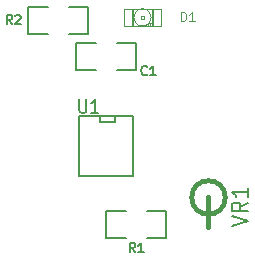
<source format=gto>
G04 (created by PCBNEW (2013-07-07 BZR 4022)-stable) date 1/23/2014 9:04:30 AM*
%MOIN*%
G04 Gerber Fmt 3.4, Leading zero omitted, Abs format*
%FSLAX34Y34*%
G01*
G70*
G90*
G04 APERTURE LIST*
%ADD10C,0.00590551*%
%ADD11C,0.005*%
%ADD12C,0.015*%
%ADD13C,0.0026*%
%ADD14C,0.004*%
%ADD15C,0.008*%
%ADD16C,0.0035*%
G04 APERTURE END LIST*
G54D10*
G54D11*
X58900Y-57200D02*
X58900Y-59200D01*
X58900Y-59200D02*
X57100Y-59200D01*
X57100Y-59200D02*
X57100Y-57200D01*
X57100Y-57200D02*
X58900Y-57200D01*
X58300Y-57200D02*
X58300Y-57400D01*
X58300Y-57400D02*
X57800Y-57400D01*
X57800Y-57400D02*
X57800Y-57200D01*
X57000Y-54750D02*
X57000Y-55650D01*
X57000Y-55650D02*
X57650Y-55650D01*
X58350Y-54750D02*
X59000Y-54750D01*
X59000Y-54750D02*
X59000Y-55650D01*
X59000Y-55650D02*
X58350Y-55650D01*
X57650Y-54750D02*
X57000Y-54750D01*
X60000Y-61250D02*
X60000Y-60350D01*
X60000Y-60350D02*
X59350Y-60350D01*
X58650Y-61250D02*
X58000Y-61250D01*
X58000Y-61250D02*
X58000Y-60350D01*
X58000Y-60350D02*
X58650Y-60350D01*
X59350Y-61250D02*
X60000Y-61250D01*
X55400Y-53550D02*
X55400Y-54450D01*
X55400Y-54450D02*
X56050Y-54450D01*
X56750Y-53550D02*
X57400Y-53550D01*
X57400Y-53550D02*
X57400Y-54450D01*
X57400Y-54450D02*
X56750Y-54450D01*
X56050Y-53550D02*
X55400Y-53550D01*
G54D12*
X61400Y-59900D02*
X61400Y-60900D01*
X61959Y-59900D02*
G75*
G03X61959Y-59900I-559J0D01*
G74*
G01*
G54D13*
X59161Y-53939D02*
X59239Y-53939D01*
X59239Y-53939D02*
X59239Y-53861D01*
X59161Y-53861D02*
X59239Y-53861D01*
X59161Y-53939D02*
X59161Y-53861D01*
X59377Y-54175D02*
X59514Y-54175D01*
X59514Y-54175D02*
X59514Y-54077D01*
X59377Y-54077D02*
X59514Y-54077D01*
X59377Y-54175D02*
X59377Y-54077D01*
X59514Y-54175D02*
X59554Y-54175D01*
X59554Y-54175D02*
X59554Y-53704D01*
X59514Y-53704D02*
X59554Y-53704D01*
X59514Y-54175D02*
X59514Y-53704D01*
X59514Y-53684D02*
X59554Y-53684D01*
X59554Y-53684D02*
X59554Y-53625D01*
X59514Y-53625D02*
X59554Y-53625D01*
X59514Y-53684D02*
X59514Y-53625D01*
X58846Y-54175D02*
X58886Y-54175D01*
X58886Y-54175D02*
X58886Y-53704D01*
X58846Y-53704D02*
X58886Y-53704D01*
X58846Y-54175D02*
X58846Y-53704D01*
X58846Y-53684D02*
X58886Y-53684D01*
X58886Y-53684D02*
X58886Y-53625D01*
X58846Y-53625D02*
X58886Y-53625D01*
X58846Y-53684D02*
X58846Y-53625D01*
X59377Y-54175D02*
X59436Y-54175D01*
X59436Y-54175D02*
X59436Y-54077D01*
X59377Y-54077D02*
X59436Y-54077D01*
X59377Y-54175D02*
X59377Y-54077D01*
G54D14*
X59810Y-54195D02*
X58590Y-54195D01*
X58590Y-54195D02*
X58590Y-53605D01*
X58590Y-53605D02*
X59810Y-53605D01*
X59810Y-53605D02*
X59810Y-54195D01*
X58984Y-54096D02*
G75*
G03X59416Y-54095I215J196D01*
G74*
G01*
X58984Y-53703D02*
G75*
G03X58983Y-54095I215J-196D01*
G74*
G01*
X59415Y-53703D02*
G75*
G03X58983Y-53704I-215J-196D01*
G74*
G01*
X59415Y-54096D02*
G75*
G03X59416Y-53704I-215J196D01*
G74*
G01*
G54D11*
X57095Y-56632D02*
X57095Y-56996D01*
X57114Y-57039D01*
X57133Y-57060D01*
X57171Y-57082D01*
X57247Y-57082D01*
X57285Y-57060D01*
X57304Y-57039D01*
X57323Y-56996D01*
X57323Y-56632D01*
X57723Y-57082D02*
X57495Y-57082D01*
X57609Y-57082D02*
X57609Y-56632D01*
X57571Y-56696D01*
X57533Y-56739D01*
X57495Y-56760D01*
X59350Y-55792D02*
X59335Y-55807D01*
X59292Y-55821D01*
X59264Y-55821D01*
X59221Y-55807D01*
X59192Y-55778D01*
X59178Y-55750D01*
X59164Y-55692D01*
X59164Y-55650D01*
X59178Y-55592D01*
X59192Y-55564D01*
X59221Y-55535D01*
X59264Y-55521D01*
X59292Y-55521D01*
X59335Y-55535D01*
X59350Y-55550D01*
X59635Y-55821D02*
X59464Y-55821D01*
X59550Y-55821D02*
X59550Y-55521D01*
X59521Y-55564D01*
X59492Y-55592D01*
X59464Y-55607D01*
X58950Y-61721D02*
X58850Y-61578D01*
X58778Y-61721D02*
X58778Y-61421D01*
X58892Y-61421D01*
X58921Y-61435D01*
X58935Y-61450D01*
X58950Y-61478D01*
X58950Y-61521D01*
X58935Y-61550D01*
X58921Y-61564D01*
X58892Y-61578D01*
X58778Y-61578D01*
X59235Y-61721D02*
X59064Y-61721D01*
X59150Y-61721D02*
X59150Y-61421D01*
X59121Y-61464D01*
X59092Y-61492D01*
X59064Y-61507D01*
X54850Y-54121D02*
X54750Y-53978D01*
X54678Y-54121D02*
X54678Y-53821D01*
X54792Y-53821D01*
X54821Y-53835D01*
X54835Y-53850D01*
X54850Y-53878D01*
X54850Y-53921D01*
X54835Y-53950D01*
X54821Y-53964D01*
X54792Y-53978D01*
X54678Y-53978D01*
X54964Y-53850D02*
X54978Y-53835D01*
X55007Y-53821D01*
X55078Y-53821D01*
X55107Y-53835D01*
X55121Y-53850D01*
X55135Y-53878D01*
X55135Y-53907D01*
X55121Y-53950D01*
X54950Y-54121D01*
X55135Y-54121D01*
G54D15*
X62172Y-60854D02*
X62722Y-60688D01*
X62172Y-60521D01*
X62722Y-60069D02*
X62460Y-60235D01*
X62722Y-60354D02*
X62172Y-60354D01*
X62172Y-60164D01*
X62198Y-60116D01*
X62225Y-60092D01*
X62277Y-60069D01*
X62355Y-60069D01*
X62408Y-60092D01*
X62434Y-60116D01*
X62460Y-60164D01*
X62460Y-60354D01*
X62722Y-59592D02*
X62722Y-59878D01*
X62722Y-59735D02*
X62172Y-59735D01*
X62251Y-59783D01*
X62303Y-59830D01*
X62329Y-59878D01*
G54D16*
X60478Y-54021D02*
X60478Y-53721D01*
X60550Y-53721D01*
X60592Y-53735D01*
X60621Y-53764D01*
X60635Y-53792D01*
X60650Y-53850D01*
X60650Y-53892D01*
X60635Y-53950D01*
X60621Y-53978D01*
X60592Y-54007D01*
X60550Y-54021D01*
X60478Y-54021D01*
X60935Y-54021D02*
X60764Y-54021D01*
X60850Y-54021D02*
X60850Y-53721D01*
X60821Y-53764D01*
X60792Y-53792D01*
X60764Y-53807D01*
M02*

</source>
